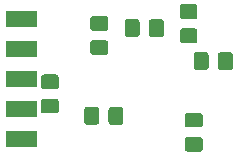
<source format=gbs>
G04 #@! TF.GenerationSoftware,KiCad,Pcbnew,5.1.5*
G04 #@! TF.CreationDate,2020-02-24T19:09:01+03:00*
G04 #@! TF.ProjectId,mod-lqfp64,6d6f642d-6c71-4667-9036-342e6b696361,rev?*
G04 #@! TF.SameCoordinates,PX1e84800PY280de80*
G04 #@! TF.FileFunction,Soldermask,Bot*
G04 #@! TF.FilePolarity,Negative*
%FSLAX46Y46*%
G04 Gerber Fmt 4.6, Leading zero omitted, Abs format (unit mm)*
G04 Created by KiCad (PCBNEW 5.1.5) date 2020-02-24 19:09:01*
%MOMM*%
%LPD*%
G04 APERTURE LIST*
%ADD10C,0.100000*%
G04 APERTURE END LIST*
D10*
G36*
X17460324Y-12443263D02*
G01*
X17503285Y-12456295D01*
X17542868Y-12477453D01*
X17577569Y-12505931D01*
X17606047Y-12540632D01*
X17627205Y-12580215D01*
X17640237Y-12623176D01*
X17645000Y-12671533D01*
X17645000Y-13455467D01*
X17640237Y-13503824D01*
X17627205Y-13546785D01*
X17606047Y-13586368D01*
X17577569Y-13621069D01*
X17542868Y-13649547D01*
X17503285Y-13670705D01*
X17460324Y-13683737D01*
X17411967Y-13688500D01*
X16378033Y-13688500D01*
X16329676Y-13683737D01*
X16286715Y-13670705D01*
X16247132Y-13649547D01*
X16212431Y-13621069D01*
X16183953Y-13586368D01*
X16162795Y-13546785D01*
X16149763Y-13503824D01*
X16145000Y-13455467D01*
X16145000Y-12671533D01*
X16149763Y-12623176D01*
X16162795Y-12580215D01*
X16183953Y-12540632D01*
X16212431Y-12505931D01*
X16247132Y-12477453D01*
X16286715Y-12456295D01*
X16329676Y-12443263D01*
X16378033Y-12438500D01*
X17411967Y-12438500D01*
X17460324Y-12443263D01*
G37*
G36*
X3662948Y-13295000D02*
G01*
X1022948Y-13295000D01*
X1022948Y-11925000D01*
X3662948Y-11925000D01*
X3662948Y-13295000D01*
G37*
G36*
X17460324Y-10393263D02*
G01*
X17503285Y-10406295D01*
X17542868Y-10427453D01*
X17577569Y-10455931D01*
X17606047Y-10490632D01*
X17627205Y-10530215D01*
X17640237Y-10573176D01*
X17645000Y-10621533D01*
X17645000Y-11405467D01*
X17640237Y-11453824D01*
X17627205Y-11496785D01*
X17606047Y-11536368D01*
X17577569Y-11571069D01*
X17542868Y-11599547D01*
X17503285Y-11620705D01*
X17460324Y-11633737D01*
X17411967Y-11638500D01*
X16378033Y-11638500D01*
X16329676Y-11633737D01*
X16286715Y-11620705D01*
X16247132Y-11599547D01*
X16212431Y-11571069D01*
X16183953Y-11536368D01*
X16162795Y-11496785D01*
X16149763Y-11453824D01*
X16145000Y-11405467D01*
X16145000Y-10621533D01*
X16149763Y-10573176D01*
X16162795Y-10530215D01*
X16183953Y-10490632D01*
X16212431Y-10455931D01*
X16247132Y-10427453D01*
X16286715Y-10406295D01*
X16329676Y-10393263D01*
X16378033Y-10388500D01*
X17411967Y-10388500D01*
X17460324Y-10393263D01*
G37*
G36*
X10740324Y-9896263D02*
G01*
X10783285Y-9909295D01*
X10822868Y-9930453D01*
X10857569Y-9958931D01*
X10886047Y-9993632D01*
X10907205Y-10033215D01*
X10920237Y-10076176D01*
X10925000Y-10124533D01*
X10925000Y-11158467D01*
X10920237Y-11206824D01*
X10907205Y-11249785D01*
X10886047Y-11289368D01*
X10857569Y-11324069D01*
X10822868Y-11352547D01*
X10783285Y-11373705D01*
X10740324Y-11386737D01*
X10691967Y-11391500D01*
X9908033Y-11391500D01*
X9859676Y-11386737D01*
X9816715Y-11373705D01*
X9777132Y-11352547D01*
X9742431Y-11324069D01*
X9713953Y-11289368D01*
X9692795Y-11249785D01*
X9679763Y-11206824D01*
X9675000Y-11158467D01*
X9675000Y-10124533D01*
X9679763Y-10076176D01*
X9692795Y-10033215D01*
X9713953Y-9993632D01*
X9742431Y-9958931D01*
X9777132Y-9930453D01*
X9816715Y-9909295D01*
X9859676Y-9896263D01*
X9908033Y-9891500D01*
X10691967Y-9891500D01*
X10740324Y-9896263D01*
G37*
G36*
X8690324Y-9896263D02*
G01*
X8733285Y-9909295D01*
X8772868Y-9930453D01*
X8807569Y-9958931D01*
X8836047Y-9993632D01*
X8857205Y-10033215D01*
X8870237Y-10076176D01*
X8875000Y-10124533D01*
X8875000Y-11158467D01*
X8870237Y-11206824D01*
X8857205Y-11249785D01*
X8836047Y-11289368D01*
X8807569Y-11324069D01*
X8772868Y-11352547D01*
X8733285Y-11373705D01*
X8690324Y-11386737D01*
X8641967Y-11391500D01*
X7858033Y-11391500D01*
X7809676Y-11386737D01*
X7766715Y-11373705D01*
X7727132Y-11352547D01*
X7692431Y-11324069D01*
X7663953Y-11289368D01*
X7642795Y-11249785D01*
X7629763Y-11206824D01*
X7625000Y-11158467D01*
X7625000Y-10124533D01*
X7629763Y-10076176D01*
X7642795Y-10033215D01*
X7663953Y-9993632D01*
X7692431Y-9958931D01*
X7727132Y-9930453D01*
X7766715Y-9909295D01*
X7809676Y-9896263D01*
X7858033Y-9891500D01*
X8641967Y-9891500D01*
X8690324Y-9896263D01*
G37*
G36*
X3662948Y-10755000D02*
G01*
X1022948Y-10755000D01*
X1022948Y-9385000D01*
X3662948Y-9385000D01*
X3662948Y-10755000D01*
G37*
G36*
X5268324Y-9204763D02*
G01*
X5311285Y-9217795D01*
X5350868Y-9238953D01*
X5385569Y-9267431D01*
X5414047Y-9302132D01*
X5435205Y-9341715D01*
X5448237Y-9384676D01*
X5453000Y-9433033D01*
X5453000Y-10216967D01*
X5448237Y-10265324D01*
X5435205Y-10308285D01*
X5414047Y-10347868D01*
X5385569Y-10382569D01*
X5350868Y-10411047D01*
X5311285Y-10432205D01*
X5268324Y-10445237D01*
X5219967Y-10450000D01*
X4186033Y-10450000D01*
X4137676Y-10445237D01*
X4094715Y-10432205D01*
X4055132Y-10411047D01*
X4020431Y-10382569D01*
X3991953Y-10347868D01*
X3970795Y-10308285D01*
X3957763Y-10265324D01*
X3953000Y-10216967D01*
X3953000Y-9433033D01*
X3957763Y-9384676D01*
X3970795Y-9341715D01*
X3991953Y-9302132D01*
X4020431Y-9267431D01*
X4055132Y-9238953D01*
X4094715Y-9217795D01*
X4137676Y-9204763D01*
X4186033Y-9200000D01*
X5219967Y-9200000D01*
X5268324Y-9204763D01*
G37*
G36*
X5268324Y-7154763D02*
G01*
X5311285Y-7167795D01*
X5350868Y-7188953D01*
X5385569Y-7217431D01*
X5414047Y-7252132D01*
X5435205Y-7291715D01*
X5448237Y-7334676D01*
X5453000Y-7383033D01*
X5453000Y-8166967D01*
X5448237Y-8215324D01*
X5435205Y-8258285D01*
X5414047Y-8297868D01*
X5385569Y-8332569D01*
X5350868Y-8361047D01*
X5311285Y-8382205D01*
X5268324Y-8395237D01*
X5219967Y-8400000D01*
X4186033Y-8400000D01*
X4137676Y-8395237D01*
X4094715Y-8382205D01*
X4055132Y-8361047D01*
X4020431Y-8332569D01*
X3991953Y-8297868D01*
X3970795Y-8258285D01*
X3957763Y-8215324D01*
X3953000Y-8166967D01*
X3953000Y-7383033D01*
X3957763Y-7334676D01*
X3970795Y-7291715D01*
X3991953Y-7252132D01*
X4020431Y-7217431D01*
X4055132Y-7188953D01*
X4094715Y-7167795D01*
X4137676Y-7154763D01*
X4186033Y-7150000D01*
X5219967Y-7150000D01*
X5268324Y-7154763D01*
G37*
G36*
X3662948Y-8215000D02*
G01*
X1022948Y-8215000D01*
X1022948Y-6845000D01*
X3662948Y-6845000D01*
X3662948Y-8215000D01*
G37*
G36*
X17961324Y-5260763D02*
G01*
X18004285Y-5273795D01*
X18043868Y-5294953D01*
X18078569Y-5323431D01*
X18107047Y-5358132D01*
X18128205Y-5397715D01*
X18141237Y-5440676D01*
X18146000Y-5489033D01*
X18146000Y-6522967D01*
X18141237Y-6571324D01*
X18128205Y-6614285D01*
X18107047Y-6653868D01*
X18078569Y-6688569D01*
X18043868Y-6717047D01*
X18004285Y-6738205D01*
X17961324Y-6751237D01*
X17912967Y-6756000D01*
X17129033Y-6756000D01*
X17080676Y-6751237D01*
X17037715Y-6738205D01*
X16998132Y-6717047D01*
X16963431Y-6688569D01*
X16934953Y-6653868D01*
X16913795Y-6614285D01*
X16900763Y-6571324D01*
X16896000Y-6522967D01*
X16896000Y-5489033D01*
X16900763Y-5440676D01*
X16913795Y-5397715D01*
X16934953Y-5358132D01*
X16963431Y-5323431D01*
X16998132Y-5294953D01*
X17037715Y-5273795D01*
X17080676Y-5260763D01*
X17129033Y-5256000D01*
X17912967Y-5256000D01*
X17961324Y-5260763D01*
G37*
G36*
X20011324Y-5260763D02*
G01*
X20054285Y-5273795D01*
X20093868Y-5294953D01*
X20128569Y-5323431D01*
X20157047Y-5358132D01*
X20178205Y-5397715D01*
X20191237Y-5440676D01*
X20196000Y-5489033D01*
X20196000Y-6522967D01*
X20191237Y-6571324D01*
X20178205Y-6614285D01*
X20157047Y-6653868D01*
X20128569Y-6688569D01*
X20093868Y-6717047D01*
X20054285Y-6738205D01*
X20011324Y-6751237D01*
X19962967Y-6756000D01*
X19179033Y-6756000D01*
X19130676Y-6751237D01*
X19087715Y-6738205D01*
X19048132Y-6717047D01*
X19013431Y-6688569D01*
X18984953Y-6653868D01*
X18963795Y-6614285D01*
X18950763Y-6571324D01*
X18946000Y-6522967D01*
X18946000Y-5489033D01*
X18950763Y-5440676D01*
X18963795Y-5397715D01*
X18984953Y-5358132D01*
X19013431Y-5323431D01*
X19048132Y-5294953D01*
X19087715Y-5273795D01*
X19130676Y-5260763D01*
X19179033Y-5256000D01*
X19962967Y-5256000D01*
X20011324Y-5260763D01*
G37*
G36*
X3662948Y-5675000D02*
G01*
X1022948Y-5675000D01*
X1022948Y-4305000D01*
X3662948Y-4305000D01*
X3662948Y-5675000D01*
G37*
G36*
X9459324Y-4251763D02*
G01*
X9502285Y-4264795D01*
X9541868Y-4285953D01*
X9576569Y-4314431D01*
X9605047Y-4349132D01*
X9626205Y-4388715D01*
X9639237Y-4431676D01*
X9644000Y-4480033D01*
X9644000Y-5263967D01*
X9639237Y-5312324D01*
X9626205Y-5355285D01*
X9605047Y-5394868D01*
X9576569Y-5429569D01*
X9541868Y-5458047D01*
X9502285Y-5479205D01*
X9459324Y-5492237D01*
X9410967Y-5497000D01*
X8377033Y-5497000D01*
X8328676Y-5492237D01*
X8285715Y-5479205D01*
X8246132Y-5458047D01*
X8211431Y-5429569D01*
X8182953Y-5394868D01*
X8161795Y-5355285D01*
X8148763Y-5312324D01*
X8144000Y-5263967D01*
X8144000Y-4480033D01*
X8148763Y-4431676D01*
X8161795Y-4388715D01*
X8182953Y-4349132D01*
X8211431Y-4314431D01*
X8246132Y-4285953D01*
X8285715Y-4264795D01*
X8328676Y-4251763D01*
X8377033Y-4247000D01*
X9410967Y-4247000D01*
X9459324Y-4251763D01*
G37*
G36*
X17023444Y-3260003D02*
G01*
X17066405Y-3273035D01*
X17105988Y-3294193D01*
X17140689Y-3322671D01*
X17169167Y-3357372D01*
X17190325Y-3396955D01*
X17203357Y-3439916D01*
X17208120Y-3488273D01*
X17208120Y-4272207D01*
X17203357Y-4320564D01*
X17190325Y-4363525D01*
X17169167Y-4403108D01*
X17140689Y-4437809D01*
X17105988Y-4466287D01*
X17066405Y-4487445D01*
X17023444Y-4500477D01*
X16975087Y-4505240D01*
X15941153Y-4505240D01*
X15892796Y-4500477D01*
X15849835Y-4487445D01*
X15810252Y-4466287D01*
X15775551Y-4437809D01*
X15747073Y-4403108D01*
X15725915Y-4363525D01*
X15712883Y-4320564D01*
X15708120Y-4272207D01*
X15708120Y-3488273D01*
X15712883Y-3439916D01*
X15725915Y-3396955D01*
X15747073Y-3357372D01*
X15775551Y-3322671D01*
X15810252Y-3294193D01*
X15849835Y-3273035D01*
X15892796Y-3260003D01*
X15941153Y-3255240D01*
X16975087Y-3255240D01*
X17023444Y-3260003D01*
G37*
G36*
X14169324Y-2466763D02*
G01*
X14212285Y-2479795D01*
X14251868Y-2500953D01*
X14286569Y-2529431D01*
X14315047Y-2564132D01*
X14336205Y-2603715D01*
X14349237Y-2646676D01*
X14354000Y-2695033D01*
X14354000Y-3728967D01*
X14349237Y-3777324D01*
X14336205Y-3820285D01*
X14315047Y-3859868D01*
X14286569Y-3894569D01*
X14251868Y-3923047D01*
X14212285Y-3944205D01*
X14169324Y-3957237D01*
X14120967Y-3962000D01*
X13337033Y-3962000D01*
X13288676Y-3957237D01*
X13245715Y-3944205D01*
X13206132Y-3923047D01*
X13171431Y-3894569D01*
X13142953Y-3859868D01*
X13121795Y-3820285D01*
X13108763Y-3777324D01*
X13104000Y-3728967D01*
X13104000Y-2695033D01*
X13108763Y-2646676D01*
X13121795Y-2603715D01*
X13142953Y-2564132D01*
X13171431Y-2529431D01*
X13206132Y-2500953D01*
X13245715Y-2479795D01*
X13288676Y-2466763D01*
X13337033Y-2462000D01*
X14120967Y-2462000D01*
X14169324Y-2466763D01*
G37*
G36*
X12119324Y-2466763D02*
G01*
X12162285Y-2479795D01*
X12201868Y-2500953D01*
X12236569Y-2529431D01*
X12265047Y-2564132D01*
X12286205Y-2603715D01*
X12299237Y-2646676D01*
X12304000Y-2695033D01*
X12304000Y-3728967D01*
X12299237Y-3777324D01*
X12286205Y-3820285D01*
X12265047Y-3859868D01*
X12236569Y-3894569D01*
X12201868Y-3923047D01*
X12162285Y-3944205D01*
X12119324Y-3957237D01*
X12070967Y-3962000D01*
X11287033Y-3962000D01*
X11238676Y-3957237D01*
X11195715Y-3944205D01*
X11156132Y-3923047D01*
X11121431Y-3894569D01*
X11092953Y-3859868D01*
X11071795Y-3820285D01*
X11058763Y-3777324D01*
X11054000Y-3728967D01*
X11054000Y-2695033D01*
X11058763Y-2646676D01*
X11071795Y-2603715D01*
X11092953Y-2564132D01*
X11121431Y-2529431D01*
X11156132Y-2500953D01*
X11195715Y-2479795D01*
X11238676Y-2466763D01*
X11287033Y-2462000D01*
X12070967Y-2462000D01*
X12119324Y-2466763D01*
G37*
G36*
X9459324Y-2201763D02*
G01*
X9502285Y-2214795D01*
X9541868Y-2235953D01*
X9576569Y-2264431D01*
X9605047Y-2299132D01*
X9626205Y-2338715D01*
X9639237Y-2381676D01*
X9644000Y-2430033D01*
X9644000Y-3213967D01*
X9639237Y-3262324D01*
X9626205Y-3305285D01*
X9605047Y-3344868D01*
X9576569Y-3379569D01*
X9541868Y-3408047D01*
X9502285Y-3429205D01*
X9459324Y-3442237D01*
X9410967Y-3447000D01*
X8377033Y-3447000D01*
X8328676Y-3442237D01*
X8285715Y-3429205D01*
X8246132Y-3408047D01*
X8211431Y-3379569D01*
X8182953Y-3344868D01*
X8161795Y-3305285D01*
X8148763Y-3262324D01*
X8144000Y-3213967D01*
X8144000Y-2430033D01*
X8148763Y-2381676D01*
X8161795Y-2338715D01*
X8182953Y-2299132D01*
X8211431Y-2264431D01*
X8246132Y-2235953D01*
X8285715Y-2214795D01*
X8328676Y-2201763D01*
X8377033Y-2197000D01*
X9410967Y-2197000D01*
X9459324Y-2201763D01*
G37*
G36*
X3662948Y-3135000D02*
G01*
X1022948Y-3135000D01*
X1022948Y-1765000D01*
X3662948Y-1765000D01*
X3662948Y-3135000D01*
G37*
G36*
X17023444Y-1210003D02*
G01*
X17066405Y-1223035D01*
X17105988Y-1244193D01*
X17140689Y-1272671D01*
X17169167Y-1307372D01*
X17190325Y-1346955D01*
X17203357Y-1389916D01*
X17208120Y-1438273D01*
X17208120Y-2222207D01*
X17203357Y-2270564D01*
X17190325Y-2313525D01*
X17169167Y-2353108D01*
X17140689Y-2387809D01*
X17105988Y-2416287D01*
X17066405Y-2437445D01*
X17023444Y-2450477D01*
X16975087Y-2455240D01*
X15941153Y-2455240D01*
X15892796Y-2450477D01*
X15849835Y-2437445D01*
X15810252Y-2416287D01*
X15775551Y-2387809D01*
X15747073Y-2353108D01*
X15725915Y-2313525D01*
X15712883Y-2270564D01*
X15708120Y-2222207D01*
X15708120Y-1438273D01*
X15712883Y-1389916D01*
X15725915Y-1346955D01*
X15747073Y-1307372D01*
X15775551Y-1272671D01*
X15810252Y-1244193D01*
X15849835Y-1223035D01*
X15892796Y-1210003D01*
X15941153Y-1205240D01*
X16975087Y-1205240D01*
X17023444Y-1210003D01*
G37*
M02*

</source>
